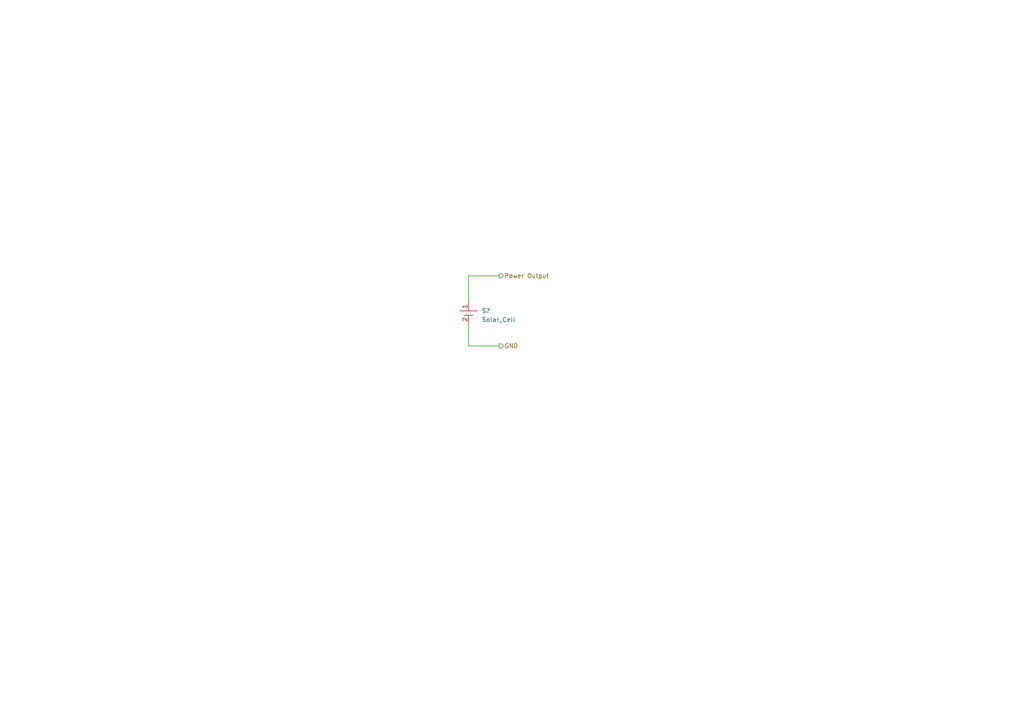
<source format=kicad_sch>
(kicad_sch (version 20211123) (generator eeschema)
  (paper "A4")
  (lib_symbols
    (symbol "1_Resouce:Solar_Cell"
      (property "Reference" "S?" (at 3.81 1.2701 0))
      (property "Value" "Solar_Cell" (at 3.81 -1.2699 0))
      (symbol "Solar_Cell_0_1"
        (polyline (pts (xy -2.54 1.27) (xy 2.54 1.27)))
        (polyline (pts (xy -1.27 0) (xy 1.27 0)))
      )
      (symbol "Solar_Cell_1_1"
        (pin power_out line (at 0 3.81 270) (length 2.54) (name "") (number "1"))
        (pin power_out line (at 0 -2.54 90) (length 2.54) (name "") (number "2"))
      )
    )
  )
  (wire (pts (xy 135.89 87.63) (xy 135.89 80.01)))
  (wire (pts (xy 135.89 93.98) (xy 135.89 100.33)))
  (wire (pts (xy 135.89 100.33) (xy 144.78 100.33)))
  (wire (pts (xy 135.89 80.01) (xy 144.78 80.01)))
  (hierarchical_label "GND" (shape output) (at 144.78 100.33 0))
  (hierarchical_label "Power Output" (shape output) (at 144.78 80.01 0))
  (symbol (lib_id "1_Resouce:Solar_Cell") (at 135.89 91.44 0) (unit 1)
    (property "Reference" "S?" (at 139.7 90.1699 0) (effects (justify left)))
    (property "Value" "Solar_Cell" (at 139.7 92.7099 0) (effects (justify left)))
    (property "Footprint" "TerminalBlock:TerminalBlock_bornier-2_P5.08mm" (effects hide))
  )
)
</source>
